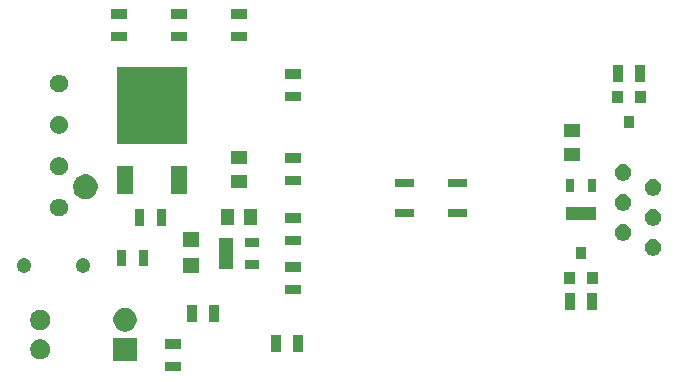
<source format=gts>
G04 #@! TF.GenerationSoftware,KiCad,Pcbnew,5.0.2-bee76a0~70~ubuntu18.04.1*
G04 #@! TF.CreationDate,2019-04-20T18:07:34-04:00*
G04 #@! TF.ProjectId,TSAL,5453414c-2e6b-4696-9361-645f70636258,rev?*
G04 #@! TF.SameCoordinates,Original*
G04 #@! TF.FileFunction,Soldermask,Top*
G04 #@! TF.FilePolarity,Negative*
%FSLAX46Y46*%
G04 Gerber Fmt 4.6, Leading zero omitted, Abs format (unit mm)*
G04 Created by KiCad (PCBNEW 5.0.2-bee76a0~70~ubuntu18.04.1) date Sat 20 Apr 2019 06:07:34 PM EDT*
%MOMM*%
%LPD*%
G01*
G04 APERTURE LIST*
%ADD10C,0.100000*%
G04 APERTURE END LIST*
D10*
G36*
X147513000Y-107523000D02*
X146111000Y-107523000D01*
X146111000Y-106721000D01*
X147513000Y-106721000D01*
X147513000Y-107523000D01*
X147513000Y-107523000D01*
G37*
G36*
X143749000Y-106665000D02*
X141747000Y-106665000D01*
X141747000Y-104663000D01*
X143749000Y-104663000D01*
X143749000Y-106665000D01*
X143749000Y-106665000D01*
G37*
G36*
X135816228Y-104845703D02*
X135971100Y-104909853D01*
X136110481Y-105002985D01*
X136229015Y-105121519D01*
X136322147Y-105260900D01*
X136386297Y-105415772D01*
X136419000Y-105580184D01*
X136419000Y-105747816D01*
X136386297Y-105912228D01*
X136322147Y-106067100D01*
X136229015Y-106206481D01*
X136110481Y-106325015D01*
X135971100Y-106418147D01*
X135816228Y-106482297D01*
X135651816Y-106515000D01*
X135484184Y-106515000D01*
X135319772Y-106482297D01*
X135164900Y-106418147D01*
X135025519Y-106325015D01*
X134906985Y-106206481D01*
X134813853Y-106067100D01*
X134749703Y-105912228D01*
X134717000Y-105747816D01*
X134717000Y-105580184D01*
X134749703Y-105415772D01*
X134813853Y-105260900D01*
X134906985Y-105121519D01*
X135025519Y-105002985D01*
X135164900Y-104909853D01*
X135319772Y-104845703D01*
X135484184Y-104813000D01*
X135651816Y-104813000D01*
X135816228Y-104845703D01*
X135816228Y-104845703D01*
G37*
G36*
X155915000Y-105857000D02*
X155113000Y-105857000D01*
X155113000Y-104455000D01*
X155915000Y-104455000D01*
X155915000Y-105857000D01*
X155915000Y-105857000D01*
G37*
G36*
X157815000Y-105857000D02*
X157013000Y-105857000D01*
X157013000Y-104455000D01*
X157815000Y-104455000D01*
X157815000Y-105857000D01*
X157815000Y-105857000D01*
G37*
G36*
X147513000Y-105623000D02*
X146111000Y-105623000D01*
X146111000Y-104821000D01*
X147513000Y-104821000D01*
X147513000Y-105623000D01*
X147513000Y-105623000D01*
G37*
G36*
X143039981Y-102201468D02*
X143222150Y-102276925D01*
X143386103Y-102386475D01*
X143525525Y-102525897D01*
X143635075Y-102689850D01*
X143710532Y-102872019D01*
X143749000Y-103065410D01*
X143749000Y-103262590D01*
X143710532Y-103455981D01*
X143635075Y-103638150D01*
X143525525Y-103802103D01*
X143386103Y-103941525D01*
X143222150Y-104051075D01*
X143039981Y-104126532D01*
X142846590Y-104165000D01*
X142649410Y-104165000D01*
X142456019Y-104126532D01*
X142273850Y-104051075D01*
X142109897Y-103941525D01*
X141970475Y-103802103D01*
X141860925Y-103638150D01*
X141785468Y-103455981D01*
X141747000Y-103262590D01*
X141747000Y-103065410D01*
X141785468Y-102872019D01*
X141860925Y-102689850D01*
X141970475Y-102525897D01*
X142109897Y-102386475D01*
X142273850Y-102276925D01*
X142456019Y-102201468D01*
X142649410Y-102163000D01*
X142846590Y-102163000D01*
X143039981Y-102201468D01*
X143039981Y-102201468D01*
G37*
G36*
X135816228Y-102345703D02*
X135971100Y-102409853D01*
X136110481Y-102502985D01*
X136229015Y-102621519D01*
X136322147Y-102760900D01*
X136386297Y-102915772D01*
X136419000Y-103080184D01*
X136419000Y-103247816D01*
X136386297Y-103412228D01*
X136322147Y-103567100D01*
X136229015Y-103706481D01*
X136110481Y-103825015D01*
X135971100Y-103918147D01*
X135816228Y-103982297D01*
X135651816Y-104015000D01*
X135484184Y-104015000D01*
X135319772Y-103982297D01*
X135164900Y-103918147D01*
X135025519Y-103825015D01*
X134906985Y-103706481D01*
X134813853Y-103567100D01*
X134749703Y-103412228D01*
X134717000Y-103247816D01*
X134717000Y-103080184D01*
X134749703Y-102915772D01*
X134813853Y-102760900D01*
X134906985Y-102621519D01*
X135025519Y-102502985D01*
X135164900Y-102409853D01*
X135319772Y-102345703D01*
X135484184Y-102313000D01*
X135651816Y-102313000D01*
X135816228Y-102345703D01*
X135816228Y-102345703D01*
G37*
G36*
X150703000Y-103317000D02*
X149901000Y-103317000D01*
X149901000Y-101915000D01*
X150703000Y-101915000D01*
X150703000Y-103317000D01*
X150703000Y-103317000D01*
G37*
G36*
X148803000Y-103317000D02*
X148001000Y-103317000D01*
X148001000Y-101915000D01*
X148803000Y-101915000D01*
X148803000Y-103317000D01*
X148803000Y-103317000D01*
G37*
G36*
X180807000Y-102301000D02*
X180005000Y-102301000D01*
X180005000Y-100899000D01*
X180807000Y-100899000D01*
X180807000Y-102301000D01*
X180807000Y-102301000D01*
G37*
G36*
X182707000Y-102301000D02*
X181905000Y-102301000D01*
X181905000Y-100899000D01*
X182707000Y-100899000D01*
X182707000Y-102301000D01*
X182707000Y-102301000D01*
G37*
G36*
X157673000Y-100985000D02*
X156271000Y-100985000D01*
X156271000Y-100183000D01*
X157673000Y-100183000D01*
X157673000Y-100985000D01*
X157673000Y-100985000D01*
G37*
G36*
X182757000Y-100103000D02*
X181855000Y-100103000D01*
X181855000Y-99101000D01*
X182757000Y-99101000D01*
X182757000Y-100103000D01*
X182757000Y-100103000D01*
G37*
G36*
X180857000Y-100103000D02*
X179955000Y-100103000D01*
X179955000Y-99101000D01*
X180857000Y-99101000D01*
X180857000Y-100103000D01*
X180857000Y-100103000D01*
G37*
G36*
X148987000Y-99203000D02*
X147685000Y-99203000D01*
X147685000Y-97901000D01*
X148987000Y-97901000D01*
X148987000Y-99203000D01*
X148987000Y-99203000D01*
G37*
G36*
X139281513Y-97948059D02*
X139369872Y-97965634D01*
X139480849Y-98011602D01*
X139580725Y-98078337D01*
X139665663Y-98163275D01*
X139732398Y-98263151D01*
X139778366Y-98374128D01*
X139795942Y-98462487D01*
X139801800Y-98491939D01*
X139801800Y-98612061D01*
X139795941Y-98641513D01*
X139778366Y-98729872D01*
X139732398Y-98840849D01*
X139665663Y-98940725D01*
X139580725Y-99025663D01*
X139480849Y-99092398D01*
X139369872Y-99138366D01*
X139281513Y-99155941D01*
X139252061Y-99161800D01*
X139131939Y-99161800D01*
X139102487Y-99155941D01*
X139014128Y-99138366D01*
X138903151Y-99092398D01*
X138803275Y-99025663D01*
X138718337Y-98940725D01*
X138651602Y-98840849D01*
X138605634Y-98729872D01*
X138588058Y-98641513D01*
X138582200Y-98612061D01*
X138582200Y-98491939D01*
X138588059Y-98462487D01*
X138605634Y-98374128D01*
X138651602Y-98263151D01*
X138718337Y-98163275D01*
X138803275Y-98078337D01*
X138903151Y-98011602D01*
X139014128Y-97965634D01*
X139102487Y-97948059D01*
X139131939Y-97942200D01*
X139252061Y-97942200D01*
X139281513Y-97948059D01*
X139281513Y-97948059D01*
G37*
G36*
X134281513Y-97948059D02*
X134369872Y-97965634D01*
X134480849Y-98011602D01*
X134580725Y-98078337D01*
X134665663Y-98163275D01*
X134732398Y-98263151D01*
X134778366Y-98374128D01*
X134795942Y-98462487D01*
X134801800Y-98491939D01*
X134801800Y-98612061D01*
X134795941Y-98641513D01*
X134778366Y-98729872D01*
X134732398Y-98840849D01*
X134665663Y-98940725D01*
X134580725Y-99025663D01*
X134480849Y-99092398D01*
X134369872Y-99138366D01*
X134281513Y-99155941D01*
X134252061Y-99161800D01*
X134131939Y-99161800D01*
X134102487Y-99155941D01*
X134014128Y-99138366D01*
X133903151Y-99092398D01*
X133803275Y-99025663D01*
X133718337Y-98940725D01*
X133651602Y-98840849D01*
X133605634Y-98729872D01*
X133588058Y-98641513D01*
X133582200Y-98612061D01*
X133582200Y-98491939D01*
X133588059Y-98462487D01*
X133605634Y-98374128D01*
X133651602Y-98263151D01*
X133718337Y-98163275D01*
X133803275Y-98078337D01*
X133903151Y-98011602D01*
X134014128Y-97965634D01*
X134102487Y-97948059D01*
X134131939Y-97942200D01*
X134252061Y-97942200D01*
X134281513Y-97948059D01*
X134281513Y-97948059D01*
G37*
G36*
X157673000Y-99085000D02*
X156271000Y-99085000D01*
X156271000Y-98283000D01*
X157673000Y-98283000D01*
X157673000Y-99085000D01*
X157673000Y-99085000D01*
G37*
G36*
X151881000Y-98862000D02*
X150719000Y-98862000D01*
X150719000Y-96210000D01*
X151881000Y-96210000D01*
X151881000Y-98862000D01*
X151881000Y-98862000D01*
G37*
G36*
X154081000Y-98862000D02*
X152919000Y-98862000D01*
X152919000Y-98110000D01*
X154081000Y-98110000D01*
X154081000Y-98862000D01*
X154081000Y-98862000D01*
G37*
G36*
X142834000Y-98618000D02*
X142032000Y-98618000D01*
X142032000Y-97216000D01*
X142834000Y-97216000D01*
X142834000Y-98618000D01*
X142834000Y-98618000D01*
G37*
G36*
X144734000Y-98618000D02*
X143932000Y-98618000D01*
X143932000Y-97216000D01*
X144734000Y-97216000D01*
X144734000Y-98618000D01*
X144734000Y-98618000D01*
G37*
G36*
X181807000Y-98003000D02*
X180905000Y-98003000D01*
X180905000Y-97001000D01*
X181807000Y-97001000D01*
X181807000Y-98003000D01*
X181807000Y-98003000D01*
G37*
G36*
X187656472Y-96353938D02*
X187784049Y-96406782D01*
X187898865Y-96483500D01*
X187996500Y-96581135D01*
X188073218Y-96695951D01*
X188126062Y-96823528D01*
X188153000Y-96958956D01*
X188153000Y-97097044D01*
X188126062Y-97232472D01*
X188073218Y-97360049D01*
X187996500Y-97474865D01*
X187898865Y-97572500D01*
X187784049Y-97649218D01*
X187656472Y-97702062D01*
X187521044Y-97729000D01*
X187382956Y-97729000D01*
X187247528Y-97702062D01*
X187119951Y-97649218D01*
X187005135Y-97572500D01*
X186907500Y-97474865D01*
X186830782Y-97360049D01*
X186777938Y-97232472D01*
X186751000Y-97097044D01*
X186751000Y-96958956D01*
X186777938Y-96823528D01*
X186830782Y-96695951D01*
X186907500Y-96581135D01*
X187005135Y-96483500D01*
X187119951Y-96406782D01*
X187247528Y-96353938D01*
X187382956Y-96327000D01*
X187521044Y-96327000D01*
X187656472Y-96353938D01*
X187656472Y-96353938D01*
G37*
G36*
X148987000Y-97003000D02*
X147685000Y-97003000D01*
X147685000Y-95701000D01*
X148987000Y-95701000D01*
X148987000Y-97003000D01*
X148987000Y-97003000D01*
G37*
G36*
X154081000Y-96962000D02*
X152919000Y-96962000D01*
X152919000Y-96210000D01*
X154081000Y-96210000D01*
X154081000Y-96962000D01*
X154081000Y-96962000D01*
G37*
G36*
X157673000Y-96855000D02*
X156271000Y-96855000D01*
X156271000Y-96053000D01*
X157673000Y-96053000D01*
X157673000Y-96855000D01*
X157673000Y-96855000D01*
G37*
G36*
X185116472Y-95083938D02*
X185244049Y-95136782D01*
X185358865Y-95213500D01*
X185456500Y-95311135D01*
X185533218Y-95425951D01*
X185586062Y-95553528D01*
X185613000Y-95688956D01*
X185613000Y-95827044D01*
X185586062Y-95962472D01*
X185533218Y-96090049D01*
X185456500Y-96204865D01*
X185358865Y-96302500D01*
X185244049Y-96379218D01*
X185116472Y-96432062D01*
X184981044Y-96459000D01*
X184842956Y-96459000D01*
X184707528Y-96432062D01*
X184579951Y-96379218D01*
X184465135Y-96302500D01*
X184367500Y-96204865D01*
X184290782Y-96090049D01*
X184237938Y-95962472D01*
X184211000Y-95827044D01*
X184211000Y-95688956D01*
X184237938Y-95553528D01*
X184290782Y-95425951D01*
X184367500Y-95311135D01*
X184465135Y-95213500D01*
X184579951Y-95136782D01*
X184707528Y-95083938D01*
X184842956Y-95057000D01*
X184981044Y-95057000D01*
X185116472Y-95083938D01*
X185116472Y-95083938D01*
G37*
G36*
X144358000Y-95189000D02*
X143556000Y-95189000D01*
X143556000Y-93787000D01*
X144358000Y-93787000D01*
X144358000Y-95189000D01*
X144358000Y-95189000D01*
G37*
G36*
X146258000Y-95189000D02*
X145456000Y-95189000D01*
X145456000Y-93787000D01*
X146258000Y-93787000D01*
X146258000Y-95189000D01*
X146258000Y-95189000D01*
G37*
G36*
X187656472Y-93813938D02*
X187784049Y-93866782D01*
X187898865Y-93943500D01*
X187996500Y-94041135D01*
X188073218Y-94155951D01*
X188126062Y-94283528D01*
X188153000Y-94418956D01*
X188153000Y-94557044D01*
X188126062Y-94692472D01*
X188073218Y-94820049D01*
X187996500Y-94934865D01*
X187898865Y-95032500D01*
X187784049Y-95109218D01*
X187656472Y-95162062D01*
X187521044Y-95189000D01*
X187382956Y-95189000D01*
X187247528Y-95162062D01*
X187119951Y-95109218D01*
X187005135Y-95032500D01*
X186907500Y-94934865D01*
X186830782Y-94820049D01*
X186777938Y-94692472D01*
X186751000Y-94557044D01*
X186751000Y-94418956D01*
X186777938Y-94283528D01*
X186830782Y-94155951D01*
X186907500Y-94041135D01*
X187005135Y-93943500D01*
X187119951Y-93866782D01*
X187247528Y-93813938D01*
X187382956Y-93787000D01*
X187521044Y-93787000D01*
X187656472Y-93813938D01*
X187656472Y-93813938D01*
G37*
G36*
X153951000Y-95164000D02*
X152849000Y-95164000D01*
X152849000Y-93812000D01*
X153951000Y-93812000D01*
X153951000Y-95164000D01*
X153951000Y-95164000D01*
G37*
G36*
X151951000Y-95164000D02*
X150849000Y-95164000D01*
X150849000Y-93812000D01*
X151951000Y-93812000D01*
X151951000Y-95164000D01*
X151951000Y-95164000D01*
G37*
G36*
X157673000Y-94955000D02*
X156271000Y-94955000D01*
X156271000Y-94153000D01*
X157673000Y-94153000D01*
X157673000Y-94955000D01*
X157673000Y-94955000D01*
G37*
G36*
X182657000Y-94715000D02*
X180055000Y-94715000D01*
X180055000Y-93613000D01*
X182657000Y-93613000D01*
X182657000Y-94715000D01*
X182657000Y-94715000D01*
G37*
G36*
X171682000Y-94433000D02*
X170130000Y-94433000D01*
X170130000Y-93781000D01*
X171682000Y-93781000D01*
X171682000Y-94433000D01*
X171682000Y-94433000D01*
G37*
G36*
X167182000Y-94433000D02*
X165630000Y-94433000D01*
X165630000Y-93781000D01*
X167182000Y-93781000D01*
X167182000Y-94433000D01*
X167182000Y-94433000D01*
G37*
G36*
X137378621Y-92921302D02*
X137515022Y-92977801D01*
X137637779Y-93059825D01*
X137742175Y-93164221D01*
X137824199Y-93286978D01*
X137880698Y-93423379D01*
X137909500Y-93568181D01*
X137909500Y-93715819D01*
X137880698Y-93860621D01*
X137824199Y-93997022D01*
X137742175Y-94119779D01*
X137637779Y-94224175D01*
X137515022Y-94306199D01*
X137378621Y-94362698D01*
X137233819Y-94391500D01*
X137086181Y-94391500D01*
X136941379Y-94362698D01*
X136804978Y-94306199D01*
X136682221Y-94224175D01*
X136577825Y-94119779D01*
X136495801Y-93997022D01*
X136439302Y-93860621D01*
X136410500Y-93715819D01*
X136410500Y-93568181D01*
X136439302Y-93423379D01*
X136495801Y-93286978D01*
X136577825Y-93164221D01*
X136682221Y-93059825D01*
X136804978Y-92977801D01*
X136941379Y-92921302D01*
X137086181Y-92892500D01*
X137233819Y-92892500D01*
X137378621Y-92921302D01*
X137378621Y-92921302D01*
G37*
G36*
X185116472Y-92543938D02*
X185244049Y-92596782D01*
X185358865Y-92673500D01*
X185456500Y-92771135D01*
X185533218Y-92885951D01*
X185586062Y-93013528D01*
X185613000Y-93148956D01*
X185613000Y-93287044D01*
X185586062Y-93422472D01*
X185533218Y-93550049D01*
X185456500Y-93664865D01*
X185358865Y-93762500D01*
X185244049Y-93839218D01*
X185116472Y-93892062D01*
X184981044Y-93919000D01*
X184842956Y-93919000D01*
X184707528Y-93892062D01*
X184579951Y-93839218D01*
X184465135Y-93762500D01*
X184367500Y-93664865D01*
X184290782Y-93550049D01*
X184237938Y-93422472D01*
X184211000Y-93287044D01*
X184211000Y-93148956D01*
X184237938Y-93013528D01*
X184290782Y-92885951D01*
X184367500Y-92771135D01*
X184465135Y-92673500D01*
X184579951Y-92596782D01*
X184707528Y-92543938D01*
X184842956Y-92517000D01*
X184981044Y-92517000D01*
X185116472Y-92543938D01*
X185116472Y-92543938D01*
G37*
G36*
X139693793Y-90890524D02*
X139883334Y-90969034D01*
X140053920Y-91083016D01*
X140198984Y-91228080D01*
X140312966Y-91398666D01*
X140391476Y-91588207D01*
X140431500Y-91789420D01*
X140431500Y-91994580D01*
X140391476Y-92195793D01*
X140312966Y-92385334D01*
X140198984Y-92555920D01*
X140053920Y-92700984D01*
X139883334Y-92814966D01*
X139693793Y-92893476D01*
X139492580Y-92933500D01*
X139287420Y-92933500D01*
X139086207Y-92893476D01*
X138896666Y-92814966D01*
X138726080Y-92700984D01*
X138581016Y-92555920D01*
X138467034Y-92385334D01*
X138388524Y-92195793D01*
X138348500Y-91994580D01*
X138348500Y-91789420D01*
X138388524Y-91588207D01*
X138467034Y-91398666D01*
X138581016Y-91228080D01*
X138726080Y-91083016D01*
X138896666Y-90969034D01*
X139086207Y-90890524D01*
X139287420Y-90850500D01*
X139492580Y-90850500D01*
X139693793Y-90890524D01*
X139693793Y-90890524D01*
G37*
G36*
X187656472Y-91273938D02*
X187784049Y-91326782D01*
X187898865Y-91403500D01*
X187996500Y-91501135D01*
X188073218Y-91615951D01*
X188126062Y-91743528D01*
X188153000Y-91878956D01*
X188153000Y-92017044D01*
X188126062Y-92152472D01*
X188073218Y-92280049D01*
X187996500Y-92394865D01*
X187898865Y-92492500D01*
X187784049Y-92569218D01*
X187656472Y-92622062D01*
X187521044Y-92649000D01*
X187382956Y-92649000D01*
X187247528Y-92622062D01*
X187119951Y-92569218D01*
X187005135Y-92492500D01*
X186907500Y-92394865D01*
X186830782Y-92280049D01*
X186777938Y-92152472D01*
X186751000Y-92017044D01*
X186751000Y-91878956D01*
X186777938Y-91743528D01*
X186830782Y-91615951D01*
X186907500Y-91501135D01*
X187005135Y-91403500D01*
X187119951Y-91326782D01*
X187247528Y-91273938D01*
X187382956Y-91247000D01*
X187521044Y-91247000D01*
X187656472Y-91273938D01*
X187656472Y-91273938D01*
G37*
G36*
X143405000Y-92473000D02*
X142103000Y-92473000D01*
X142103000Y-90171000D01*
X143405000Y-90171000D01*
X143405000Y-92473000D01*
X143405000Y-92473000D01*
G37*
G36*
X147965000Y-92473000D02*
X146663000Y-92473000D01*
X146663000Y-90171000D01*
X147965000Y-90171000D01*
X147965000Y-92473000D01*
X147965000Y-92473000D01*
G37*
G36*
X180757000Y-92315000D02*
X180055000Y-92315000D01*
X180055000Y-91213000D01*
X180757000Y-91213000D01*
X180757000Y-92315000D01*
X180757000Y-92315000D01*
G37*
G36*
X182657000Y-92315000D02*
X181955000Y-92315000D01*
X181955000Y-91213000D01*
X182657000Y-91213000D01*
X182657000Y-92315000D01*
X182657000Y-92315000D01*
G37*
G36*
X153076000Y-91991000D02*
X151724000Y-91991000D01*
X151724000Y-90889000D01*
X153076000Y-90889000D01*
X153076000Y-91991000D01*
X153076000Y-91991000D01*
G37*
G36*
X167182000Y-91893000D02*
X165630000Y-91893000D01*
X165630000Y-91241000D01*
X167182000Y-91241000D01*
X167182000Y-91893000D01*
X167182000Y-91893000D01*
G37*
G36*
X171682000Y-91893000D02*
X170130000Y-91893000D01*
X170130000Y-91241000D01*
X171682000Y-91241000D01*
X171682000Y-91893000D01*
X171682000Y-91893000D01*
G37*
G36*
X157673000Y-91775000D02*
X156271000Y-91775000D01*
X156271000Y-90973000D01*
X157673000Y-90973000D01*
X157673000Y-91775000D01*
X157673000Y-91775000D01*
G37*
G36*
X185116472Y-90003938D02*
X185244049Y-90056782D01*
X185358865Y-90133500D01*
X185456500Y-90231135D01*
X185533218Y-90345951D01*
X185586062Y-90473528D01*
X185613000Y-90608956D01*
X185613000Y-90747044D01*
X185586062Y-90882472D01*
X185533218Y-91010049D01*
X185456500Y-91124865D01*
X185358865Y-91222500D01*
X185244049Y-91299218D01*
X185116472Y-91352062D01*
X184981044Y-91379000D01*
X184842956Y-91379000D01*
X184707528Y-91352062D01*
X184579951Y-91299218D01*
X184465135Y-91222500D01*
X184367500Y-91124865D01*
X184290782Y-91010049D01*
X184237938Y-90882472D01*
X184211000Y-90747044D01*
X184211000Y-90608956D01*
X184237938Y-90473528D01*
X184290782Y-90345951D01*
X184367500Y-90231135D01*
X184465135Y-90133500D01*
X184579951Y-90056782D01*
X184707528Y-90003938D01*
X184842956Y-89977000D01*
X184981044Y-89977000D01*
X185116472Y-90003938D01*
X185116472Y-90003938D01*
G37*
G36*
X137378621Y-89421302D02*
X137515022Y-89477801D01*
X137637779Y-89559825D01*
X137742175Y-89664221D01*
X137824199Y-89786978D01*
X137880698Y-89923379D01*
X137909500Y-90068181D01*
X137909500Y-90215819D01*
X137880698Y-90360621D01*
X137824199Y-90497022D01*
X137742175Y-90619779D01*
X137637779Y-90724175D01*
X137515022Y-90806199D01*
X137378621Y-90862698D01*
X137233819Y-90891500D01*
X137086181Y-90891500D01*
X136941379Y-90862698D01*
X136804978Y-90806199D01*
X136682221Y-90724175D01*
X136577825Y-90619779D01*
X136495801Y-90497022D01*
X136439302Y-90360621D01*
X136410500Y-90215819D01*
X136410500Y-90068181D01*
X136439302Y-89923379D01*
X136495801Y-89786978D01*
X136577825Y-89664221D01*
X136682221Y-89559825D01*
X136804978Y-89477801D01*
X136941379Y-89421302D01*
X137086181Y-89392500D01*
X137233819Y-89392500D01*
X137378621Y-89421302D01*
X137378621Y-89421302D01*
G37*
G36*
X153076000Y-89991000D02*
X151724000Y-89991000D01*
X151724000Y-88889000D01*
X153076000Y-88889000D01*
X153076000Y-89991000D01*
X153076000Y-89991000D01*
G37*
G36*
X157673000Y-89875000D02*
X156271000Y-89875000D01*
X156271000Y-89073000D01*
X157673000Y-89073000D01*
X157673000Y-89875000D01*
X157673000Y-89875000D01*
G37*
G36*
X181270000Y-89689000D02*
X179918000Y-89689000D01*
X179918000Y-88587000D01*
X181270000Y-88587000D01*
X181270000Y-89689000D01*
X181270000Y-89689000D01*
G37*
G36*
X147985000Y-88273000D02*
X142083000Y-88273000D01*
X142083000Y-81771000D01*
X147985000Y-81771000D01*
X147985000Y-88273000D01*
X147985000Y-88273000D01*
G37*
G36*
X181270000Y-87689000D02*
X179918000Y-87689000D01*
X179918000Y-86587000D01*
X181270000Y-86587000D01*
X181270000Y-87689000D01*
X181270000Y-87689000D01*
G37*
G36*
X137378621Y-85921302D02*
X137515022Y-85977801D01*
X137637779Y-86059825D01*
X137742175Y-86164221D01*
X137824199Y-86286978D01*
X137880698Y-86423379D01*
X137909500Y-86568181D01*
X137909500Y-86715819D01*
X137880698Y-86860621D01*
X137824199Y-86997022D01*
X137742175Y-87119779D01*
X137637779Y-87224175D01*
X137515022Y-87306199D01*
X137378621Y-87362698D01*
X137233819Y-87391500D01*
X137086181Y-87391500D01*
X136941379Y-87362698D01*
X136804978Y-87306199D01*
X136682221Y-87224175D01*
X136577825Y-87119779D01*
X136495801Y-86997022D01*
X136439302Y-86860621D01*
X136410500Y-86715819D01*
X136410500Y-86568181D01*
X136439302Y-86423379D01*
X136495801Y-86286978D01*
X136577825Y-86164221D01*
X136682221Y-86059825D01*
X136804978Y-85977801D01*
X136941379Y-85921302D01*
X137086181Y-85892500D01*
X137233819Y-85892500D01*
X137378621Y-85921302D01*
X137378621Y-85921302D01*
G37*
G36*
X185871000Y-86895000D02*
X184969000Y-86895000D01*
X184969000Y-85893000D01*
X185871000Y-85893000D01*
X185871000Y-86895000D01*
X185871000Y-86895000D01*
G37*
G36*
X184921000Y-84795000D02*
X184019000Y-84795000D01*
X184019000Y-83793000D01*
X184921000Y-83793000D01*
X184921000Y-84795000D01*
X184921000Y-84795000D01*
G37*
G36*
X186821000Y-84795000D02*
X185919000Y-84795000D01*
X185919000Y-83793000D01*
X186821000Y-83793000D01*
X186821000Y-84795000D01*
X186821000Y-84795000D01*
G37*
G36*
X157673000Y-84663000D02*
X156271000Y-84663000D01*
X156271000Y-83861000D01*
X157673000Y-83861000D01*
X157673000Y-84663000D01*
X157673000Y-84663000D01*
G37*
G36*
X137378621Y-82421302D02*
X137515022Y-82477801D01*
X137637779Y-82559825D01*
X137742175Y-82664221D01*
X137824199Y-82786978D01*
X137880698Y-82923379D01*
X137909500Y-83068181D01*
X137909500Y-83215819D01*
X137880698Y-83360621D01*
X137824199Y-83497022D01*
X137742175Y-83619779D01*
X137637779Y-83724175D01*
X137515022Y-83806199D01*
X137378621Y-83862698D01*
X137233819Y-83891500D01*
X137086181Y-83891500D01*
X136941379Y-83862698D01*
X136804978Y-83806199D01*
X136682221Y-83724175D01*
X136577825Y-83619779D01*
X136495801Y-83497022D01*
X136439302Y-83360621D01*
X136410500Y-83215819D01*
X136410500Y-83068181D01*
X136439302Y-82923379D01*
X136495801Y-82786978D01*
X136577825Y-82664221D01*
X136682221Y-82559825D01*
X136804978Y-82477801D01*
X136941379Y-82421302D01*
X137086181Y-82392500D01*
X137233819Y-82392500D01*
X137378621Y-82421302D01*
X137378621Y-82421302D01*
G37*
G36*
X184871000Y-82997000D02*
X184069000Y-82997000D01*
X184069000Y-81595000D01*
X184871000Y-81595000D01*
X184871000Y-82997000D01*
X184871000Y-82997000D01*
G37*
G36*
X186771000Y-82997000D02*
X185969000Y-82997000D01*
X185969000Y-81595000D01*
X186771000Y-81595000D01*
X186771000Y-82997000D01*
X186771000Y-82997000D01*
G37*
G36*
X157673000Y-82763000D02*
X156271000Y-82763000D01*
X156271000Y-81961000D01*
X157673000Y-81961000D01*
X157673000Y-82763000D01*
X157673000Y-82763000D01*
G37*
G36*
X153101000Y-79583000D02*
X151699000Y-79583000D01*
X151699000Y-78781000D01*
X153101000Y-78781000D01*
X153101000Y-79583000D01*
X153101000Y-79583000D01*
G37*
G36*
X148021000Y-79583000D02*
X146619000Y-79583000D01*
X146619000Y-78781000D01*
X148021000Y-78781000D01*
X148021000Y-79583000D01*
X148021000Y-79583000D01*
G37*
G36*
X142941000Y-79583000D02*
X141539000Y-79583000D01*
X141539000Y-78781000D01*
X142941000Y-78781000D01*
X142941000Y-79583000D01*
X142941000Y-79583000D01*
G37*
G36*
X148021000Y-77683000D02*
X146619000Y-77683000D01*
X146619000Y-76881000D01*
X148021000Y-76881000D01*
X148021000Y-77683000D01*
X148021000Y-77683000D01*
G37*
G36*
X153101000Y-77683000D02*
X151699000Y-77683000D01*
X151699000Y-76881000D01*
X153101000Y-76881000D01*
X153101000Y-77683000D01*
X153101000Y-77683000D01*
G37*
G36*
X142941000Y-77683000D02*
X141539000Y-77683000D01*
X141539000Y-76881000D01*
X142941000Y-76881000D01*
X142941000Y-77683000D01*
X142941000Y-77683000D01*
G37*
M02*

</source>
